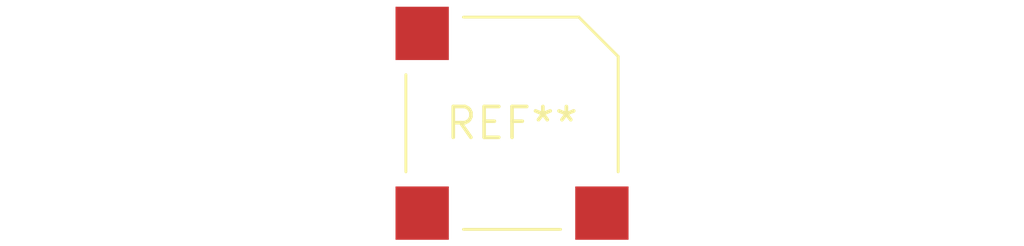
<source format=kicad_pcb>
(kicad_pcb (version 20240108) (generator pcbnew)
  (layers (0 "F.Cu" signal) (31 "B.Cu" signal) (34 "B.Paste" user) (35 "F.Paste" user) (36 "B.SilkS" user "B.Silkscreen") (37 "F.SilkS" user "F.Silkscreen") (38 "B.Mask" user) (39 "F.Mask" user) (44 "Edge.Cuts" user))
  (net 0 "")
  (footprint "MagneticBuzzer_Kobitone_254-EMB84Q-RO" (layer "F.Cu") (at 0 0)
    (property "Reference" "REF**")
    (property "Value" "MagneticBuzzer_Kobitone_254-EMB84Q-RO")
    (fp_line (start -4.37 -2) (end -4.37 2) (layer "F.SilkS") (stroke (width 0.12)))
    (fp_line (start -2 4.37) (end 2 4.37) (layer "F.SilkS") (stroke (width 0.12)))
    (fp_line (start 2.75 -4.37) (end -2 -4.37) (layer "F.SilkS") (stroke (width 0.12)))
    (fp_line (start 2.75 -4.37) (end 4.37 -2.75) (layer "F.SilkS") (stroke (width 0.12)))
    (fp_line (start 4.37 2) (end 4.37 -2.75) (layer "F.SilkS") (stroke (width 0.12)))
    (pad "1" smd rect (at -3.7 -3.7 270) (size 2.195 2.195) (layers "F.Cu" "F.Paste" "F.Mask"))
    (pad "2" smd rect (at -3.7 3.7 270) (size 2.195 2.195) (layers "F.Cu" "F.Paste" "F.Mask"))
    (pad "3" smd rect (at 3.7 3.7 270) (size 2.195 2.195) (layers "F.Cu" "F.Paste" "F.Mask"))
  )
)
</source>
